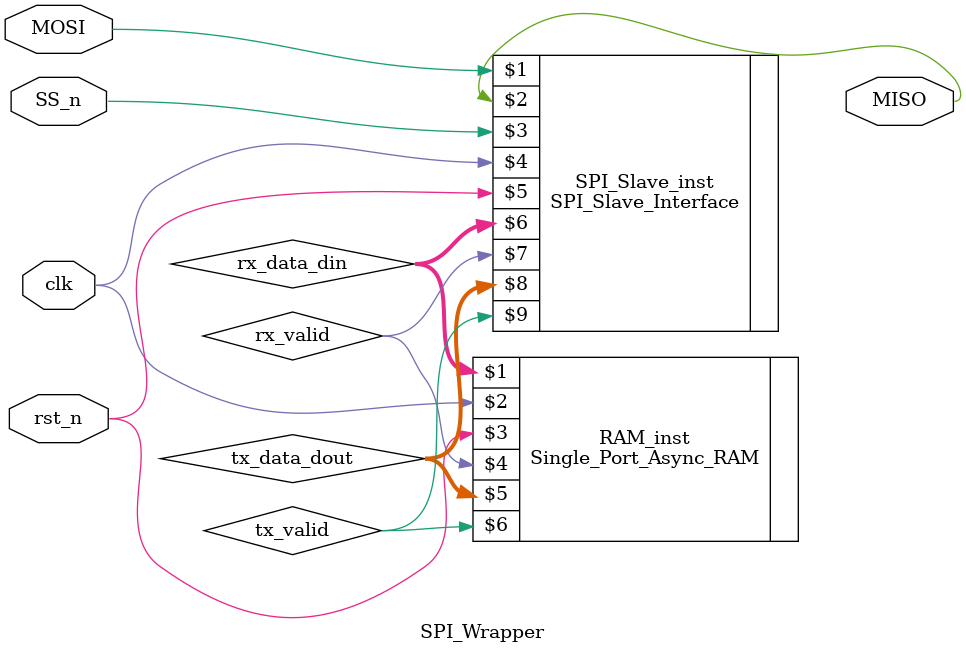
<source format=v>
module SPI_Wrapper (MOSI,MISO,SS_n,clk,rst_n);

parameter MEM_DEPTH = 256;
parameter ADDR_SIZE = 8;

input MOSI, SS_n, clk, rst_n;
// SS_n == 0 then, master begin Communication
// SS_n == 1 then, master end Communication
output MISO;

wire [9:0] rx_data_din;
wire rx_valid;
wire [7:0] tx_data_dout;
wire tx_valid;

SPI_Slave_Interface SPI_Slave_inst (MOSI,MISO,SS_n,clk,rst_n,rx_data_din,rx_valid,tx_data_dout,tx_valid);

Single_Port_Async_RAM #(MEM_DEPTH,ADDR_SIZE) RAM_inst (rx_data_din,clk,rst_n,rx_valid,tx_data_dout,tx_valid);

endmodule
</source>
